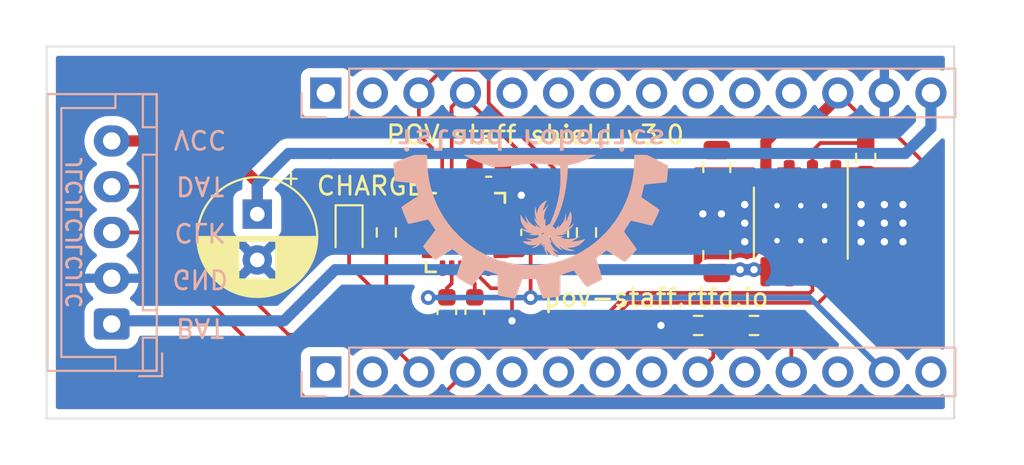
<source format=kicad_pcb>
(kicad_pcb (version 20211014) (generator pcbnew)
  (layers (0 "F.Cu" signal) (31 "B.Cu" signal) (34 "B.Paste" user) (35 "F.Paste" user) (36 "B.SilkS" user "B.Silkscreen") (37 "F.SilkS" user "F.Silkscreen") (38 "B.Mask" user) (39 "F.Mask" user) (44 "Edge.Cuts" user))
  (net 0 "")
  (net 1 "VBUS")
  (net 2 "GND")
  (net 3 "+3V3")
  (net 4 "Net-(C5-Pad1)")
  (net 5 "Net-(C6-Pad1)")
  (net 6 "Net-(D1-Pad1)")
  (net 9 "/DATA")
  (net 10 "/CLK")
  (net 15 "/VSENSE")
  (net 17 "/VHI")
  (net 29 "VCC")
  (net 30 "+BATT")
  (net 31 "Net-(R1-Pad1)")
  (net 32 "Net-(R3-Pad1)")
  (net 33 "/SDA")
  (net 34 "/SCL")
  (footprint "Capacitor_SMD:C_0805_2012Metric" (layer "F.Cu") (at 112.776 102.87 90)
    (fp_text reference "C7" hide)
    (fp_text value "10uF")
    (pad "1" smd roundrect (at -0.95 0 90) (size 1 1.45) (layers "F.Cu" "F.Paste" "F.Mask") (net 30 "+BATT"))
    (pad "2" smd roundrect (at 0.95 0 90) (size 1 1.45) (layers "F.Cu" "F.Paste" "F.Mask") (net 2 "GND"))
  )
  (footprint "Resistor_SMD:R_0603_1608Metric" (layer "F.Cu") (at 94.742 101.6 90)
    (fp_text reference "R3" hide)
    (fp_text value "2k")
    (pad "1" smd roundrect (at -0.825 0 90) (size 0.8 0.95) (layers "F.Cu" "F.Paste" "F.Mask") (net 32 "Net-(R3-Pad1)"))
    (pad "2" smd roundrect (at 0.825 0 90) (size 0.8 0.95) (layers "F.Cu" "F.Paste" "F.Mask") (net 6 "Net-(D1-Pad1)"))
  )
  (footprint "Capacitor_SMD:C_0603_1608Metric" (layer "F.Cu") (at 99.568 105.918 -90)
    (fp_text reference "C5" hide)
    (fp_text value "100nF")
    (pad "1" smd roundrect (at -0.775 0 270) (size 0.9 0.95) (layers "F.Cu" "F.Paste" "F.Mask") (net 4 "Net-(C5-Pad1)"))
    (pad "2" smd roundrect (at 0.775 0 270) (size 0.9 0.95) (layers "F.Cu" "F.Paste" "F.Mask") (net 2 "GND"))
  )
  (footprint "LED_SMD:LED_0603_1608Metric" (layer "F.Cu") (at 92.71 101.6 -90)
    (fp_text reference "D1" hide)
    (fp_text value "LED")
    (pad "1" smd roundrect (at -0.7875 0 270) (size 0.875 0.95) (layers "F.Cu" "F.Paste" "F.Mask") (net 6 "Net-(D1-Pad1)"))
    (pad "2" smd roundrect (at 0.7875 0 270) (size 0.875 0.95) (layers "F.Cu" "F.Paste" "F.Mask") (net 1 "VBUS"))
  )
  (footprint "Resistor_SMD:R_0603_1608Metric" (layer "F.Cu") (at 114.808 106.68 180)
    (fp_text reference "R6" hide)
    (fp_text value "10k")
    (pad "1" smd roundrect (at -0.825 0 180) (size 0.8 0.95) (layers "F.Cu" "F.Paste" "F.Mask") (net 17 "/VHI"))
    (pad "2" smd roundrect (at 0.825 0 180) (size 0.8 0.95) (layers "F.Cu" "F.Paste" "F.Mask") (net 15 "/VSENSE"))
  )
  (footprint "Resistor_SMD:R_0603_1608Metric" (layer "F.Cu") (at 111.76 106.68 180)
    (fp_text reference "R7" hide)
    (fp_text value "10k")
    (pad "1" smd roundrect (at -0.825 0 180) (size 0.8 0.95) (layers "F.Cu" "F.Paste" "F.Mask") (net 15 "/VSENSE"))
    (pad "2" smd roundrect (at 0.825 0 180) (size 0.8 0.95) (layers "F.Cu" "F.Paste" "F.Mask") (net 2 "GND"))
  )
  (footprint "Package_SO:HSOP-8-1EP_3.9x4.9mm_P1.27mm_EP2.41x3.1mm_ThermalVias" (layer "F.Cu") (at 117.361005 101.092 -90)
    (fp_text reference "U1" hide)
    (fp_text value "TP4056")
    (pad "1" smd roundrect (at -2.65 -1.905 270) (size 1.6 0.6) (layers "F.Cu" "F.Paste" "F.Mask") (net 2 "GND"))
    (pad "2" smd roundrect (at -2.65 -0.635 270) (size 1.6 0.6) (layers "F.Cu" "F.Paste" "F.Mask") (net 31 "Net-(R1-Pad1)"))
    (pad "3" smd roundrect (at -2.65 0.635 270) (size 1.6 0.6) (layers "F.Cu" "F.Paste" "F.Mask") (net 2 "GND"))
    (pad "4" smd roundrect (at -2.65 1.905 270) (size 1.6 0.6) (layers "F.Cu" "F.Paste" "F.Mask") (net 1 "VBUS"))
    (pad "5" smd roundrect (at 2.65 1.905 270) (size 1.6 0.6) (layers "F.Cu" "F.Paste" "F.Mask") (net 30 "+BATT"))
    (pad "6" smd roundrect (at 2.65 0.635 270) (size 1.6 0.6) (layers "F.Cu" "F.Paste" "F.Mask"))
    (pad "7" smd roundrect (at 2.65 -0.635 270) (size 1.6 0.6) (layers "F.Cu" "F.Paste" "F.Mask") (net 32 "Net-(R3-Pad1)"))
    (pad "8" smd roundrect (at 2.65 -1.905 270) (size 1.6 0.6) (layers "F.Cu" "F.Paste" "F.Mask") (net 1 "VBUS"))
    (pad "9" thru_hole circle (at -0.955 -1.299997 270) (size 0.5 0.5) (drill 0.3) (layers *.Cu) (net 2 "GND"))
    (pad "9" thru_hole circle (at 0.955 0 270) (size 0.5 0.5) (drill 0.3) (layers *.Cu) (net 2 "GND"))
    (pad "9" thru_hole circle (at -0.955 0 270) (size 0.5 0.5) (drill 0.3) (layers *.Cu) (net 2 "GND"))
    (pad "9" thru_hole circle (at 0.955 1.299998 270) (size 0.5 0.5) (drill 0.3) (layers *.Cu) (net 2 "GND"))
    (pad "9" thru_hole circle (at 0.955 -1.299997 270) (size 0.5 0.5) (drill 0.3) (layers *.Cu) (net 2 "GND"))
    (pad "9" thru_hole circle (at -0.955 1.299998 270) (size 0.5 0.5) (drill 0.3) (layers *.Cu) (net 2 "GND"))
    (pad "9" smd rect (at 0 0 270) (size 2.41 3.099999) (layers "B.Cu") (net 2 "GND"))
    (pad "9" smd rect (at 0 0 270) (size 2.41 3.1) (layers "F.Cu" "F.Mask") (net 2 "GND"))
  )
  (footprint "Resistor_SMD:R_0603_1608Metric" (layer "F.Cu") (at 120.904 97.536 -90)
    (fp_text reference "R1" hide)
    (fp_text value "1.2k")
    (pad "1" smd roundrect (at -0.825 0 270) (size 0.8 0.95) (layers "F.Cu" "F.Paste" "F.Mask") (net 31 "Net-(R1-Pad1)"))
    (pad "2" smd roundrect (at 0.825 0 270) (size 0.8 0.95) (layers "F.Cu" "F.Paste" "F.Mask") (net 2 "GND"))
  )
  (footprint "Resistor_SMD:R_0603_1608Metric" (layer "F.Cu") (at 105.664 101.6 90)
    (fp_text reference "R4" hide)
    (fp_text value "3.3k")
    (pad "1" smd roundrect (at -0.825 0 90) (size 0.8 0.95) (layers "F.Cu" "F.Paste" "F.Mask") (net 3 "+3V3"))
    (pad "2" smd roundrect (at 0.825 0 90) (size 0.8 0.95) (layers "F.Cu" "F.Paste" "F.Mask") (net 33 "/SDA"))
  )
  (footprint "Capacitor_SMD:C_0805_2012Metric" (layer "F.Cu") (at 112.776 98.044 -90)
    (fp_text reference "C1" hide)
    (fp_text value "10uF")
    (pad "1" smd roundrect (at -0.95 0 270) (size 1 1.45) (layers "F.Cu" "F.Paste" "F.Mask") (net 1 "VBUS"))
    (pad "2" smd roundrect (at 0.95 0 270) (size 1 1.45) (layers "F.Cu" "F.Paste" "F.Mask") (net 2 "GND"))
  )
  (footprint "Capacitor_THT:CP_Radial_D6.3mm_P2.50mm" (layer "F.Cu") (at 87.7 100.6 -90)
    (fp_text reference "C2" hide)
    (fp_text value "100uF")
    (pad "1" thru_hole rect (at 0 0 270) (size 1.6 1.6) (drill 0.8) (layers *.Cu *.Mask) (net 29 "VCC"))
    (pad "2" thru_hole circle (at 2.5 0 270) (size 1.6 1.6) (drill 0.8) (layers *.Cu *.Mask) (net 2 "GND"))
  )
  (footprint "Resistor_SMD:R_0603_1608Metric" (layer "F.Cu") (at 104.14 101.6 90)
    (fp_text reference "R5" hide)
    (fp_text value "3.3k")
    (pad "1" smd roundrect (at -0.825 0 90) (size 0.8 0.95) (layers "F.Cu" "F.Paste" "F.Mask") (net 3 "+3V3"))
    (pad "2" smd roundrect (at 0.825 0 90) (size 0.8 0.95) (layers "F.Cu" "F.Paste" "F.Mask") (net 34 "/SCL"))
  )
  (footprint "Capacitor_SMD:C_0603_1608Metric" (layer "F.Cu") (at 102.616 101.6 90)
    (fp_text reference "C4" hide)
    (fp_text value "100nF")
    (pad "1" smd roundrect (at -0.775 0 90) (size 0.9 0.95) (layers "F.Cu" "F.Paste" "F.Mask") (net 3 "+3V3"))
    (pad "2" smd roundrect (at 0.775 0 90) (size 0.9 0.95) (layers "F.Cu" "F.Paste" "F.Mask") (net 2 "GND"))
  )
  (footprint "Sensor_Motion:InvenSense_QFN-24_4x4mm_P0.5mm" (layer "F.Cu") (at 99.06 101.6)
    (fp_text reference "U2" hide)
    (fp_text value "MPU-6050")
    (pad "1" smd roundrect (at -1.95 -1.25) (size 0.85 0.3) (layers "F.Cu" "F.Paste" "F.Mask") (net 2 "GND"))
    (pad "2" smd roundrect (at -1.95 -0.75) (size 0.85 0.3) (layers "F.Cu" "F.Paste" "F.Mask"))
    (pad "3" smd roundrect (at -1.95 -0.25) (size 0.85 0.3) (layers "F.Cu" "F.Paste" "F.Mask"))
    (pad "4" smd roundrect (at -1.95 0.25) (size 0.85 0.3) (layers "F.Cu" "F.Paste" "F.Mask"))
    (pad "5" smd roundrect (at -1.95 0.75) (size 0.85 0.3) (layers "F.Cu" "F.Paste" "F.Mask"))
    (pad "6" smd roundrect (at -1.95 1.25) (size 0.85 0.3) (layers "F.Cu" "F.Paste" "F.Mask"))
    (pad "7" smd roundrect (at -1.25 1.95 90) (size 0.85 0.3) (layers "F.Cu" "F.Paste" "F.Mask"))
    (pad "8" smd roundrect (at -0.75 1.95 90) (size 0.85 0.3) (layers "F.Cu" "F.Paste" "F.Mask") (net 3 "+3V3"))
    (pad "9" smd roundrect (at -0.25 1.95 90) (size 0.85 0.3) (layers "F.Cu" "F.Paste" "F.Mask") (net 3 "+3V3"))
    (pad "10" smd roundrect (at 0.25 1.95 90) (size 0.85 0.3) (layers "F.Cu" "F.Paste" "F.Mask") (net 4 "Net-(C5-Pad1)"))
    (pad "11" smd roundrect (at 0.75 1.95 90) (size 0.85 0.3) (layers "F.Cu" "F.Paste" "F.Mask") (net 2 "GND"))
    (pad "12" smd roundrect (at 1.25 1.95 90) (size 0.85 0.3) (layers "F.Cu" "F.Paste" "F.Mask"))
    (pad "13" smd roundrect (at 1.95 1.25) (size 0.85 0.3) (layers "F.Cu" "F.Paste" "F.Mask") (net 3 "+3V3"))
    (pad "14" smd roundrect (at 1.95 0.75) (size 0.85 0.3) (layers "F.Cu" "F.Paste" "F.Mask"))
    (pad "15" smd roundrect (at 1.95 0.25) (size 0.85 0.3) (layers "F.Cu" "F.Paste" "F.Mask"))
    (pad "16" smd roundrect (at 1.95 -0.25) (size 0.85 0.3) (layers "F.Cu" "F.Paste" "F.Mask"))
    (pad "17" smd roundrect (at 1.95 -0.75) (size 0.85 0.3) (layers "F.Cu" "F.Paste" "F.Mask"))
    (pad "18" smd roundrect (at 1.95 -1.25) (size 0.85 0.3) (layers "F.Cu" "F.Paste" "F.Mask") (net 2 "GND"))
    (pad "19" smd roundrect (at 1.25 -1.95 90) (size 0.85 0.3) (layers "F.Cu" "F.Paste" "F.Mask"))
    (pad "20" smd roundrect (at 0.75 -1.95 90) (size 0.85 0.3) (layers "F.Cu" "F.Paste" "F.Mask") (net 5 "Net-(C6-Pad1)"))
    (pad "21" smd roundrect (at 0.25 -1.95 90) (size 0.85 0.3) (layers "F.Cu" "F.Paste" "F.Mask"))
    (pad "22" smd roundrect (at -0.25 -1.95 90) (size 0.85 0.3) (layers "F.Cu" "F.Paste" "F.Mask"))
    (pad "23" smd roundrect (at -0.75 -1.95 90) (size 0.85 0.3) (layers "F.Cu" "F.Paste" "F.Mask") (net 34 "/SCL"))
    (pad "24" smd roundrect (at -1.25 -1.95 90) (size 0.85 0.3) (layers "F.Cu" "F.Paste" "F.Mask") (net 33 "/SDA"))
  )
  (footprint "Capacitor_SMD:C_0603_1608Metric" (layer "F.Cu") (at 98.044 105.918 -90)
    (fp_text reference "C3" hide)
    (fp_text value "10nF")
    (pad "1" smd roundrect (at -0.775 0 270) (size 0.9 0.95) (layers "F.Cu" "F.Paste" "F.Mask") (net 3 "+3V3"))
    (pad "2" smd roundrect (at 0.775 0 270) (size 0.9 0.95) (layers "F.Cu" "F.Paste" "F.Mask") (net 2 "GND"))
  )
  (footprint "Capacitor_SMD:C_0603_1608Metric" (layer "F.Cu") (at 100.33 98.044)
    (fp_text reference "C6" hide)
    (fp_text value "2.2nF")
    (pad "1" smd roundrect (at -0.775 0) (size 0.9 0.95) (layers "F.Cu" "F.Paste" "F.Mask") (net 5 "Net-(C6-Pad1)"))
    (pad "2" smd roundrect (at 0.775 0) (size 0.9 0.95) (layers "F.Cu" "F.Paste" "F.Mask") (net 2 "GND"))
  )
  (footprint "Shurik:my_logo" (layer "B.Cu") (at 102.616 100.584)
    (fp_text reference "G***" hide)
    (fp_text value "LOGO" hide)
  )
  (footprint "Connector_JST:JST_XH_B5B-XH-A_1x05_P2.50mm_Vertical" (layer "B.Cu") (at 79.756 106.6 90)
    (fp_text reference "J3" hide)
    (fp_text value "Conn_01x05")
    (pad "1" thru_hole roundrect (at 0 0 90) (size 1.7 1.95) (drill 0.95) (layers *.Cu *.Mask) (roundrect_rratio 0.1470588235) (net 30 "+BATT"))
    (pad "2" thru_hole oval (at 2.5 0 90) (size 1.7 1.95) (drill 0.95) (layers *.Cu *.Mask) (net 2 "GND"))
    (pad "3" thru_hole oval (at 5 0 90) (size 1.7 1.95) (drill 0.95) (layers *.Cu *.Mask) (net 10 "/CLK"))
    (pad "4" thru_hole oval (at 7.5 0 90) (size 1.7 1.95) (drill 0.95) (layers *.Cu *.Mask) (net 9 "/DATA"))
    (pad "5" thru_hole oval (at 10 0 90) (size 1.7 1.95) (drill 0.95) (layers *.Cu *.Mask) (net 29 "VCC"))
  )
  (footprint "Connector_PinSocket_2.54mm:PinSocket_1x14_P2.54mm_Vertical" (layer "B.Cu") (at 91.44 93.98 -90)
    (fp_text reference "J2" hide)
    (fp_text value "Conn_01x14")
    (pad "1" thru_hole rect (at 0 0 270) (size 1.7 1.7) (drill 1) (layers *.Cu *.Mask))
    (pad "2" thru_hole oval (at 0 -2.54 270) (size 1.7 1.7) (drill 1) (layers *.Cu *.Mask))
    (pad "3" thru_hole oval (at 0 -5.08 270) (size 1.7 1.7) (drill 1) (layers *.Cu *.Mask) (net 33 "/SDA"))
    (pad "4" thru_hole oval (at 0 -7.62 270) (size 1.7 1.7) (drill 1) (layers *.Cu *.Mask) (net 34 "/SCL"))
    (pad "5" thru_hole oval (at 0 -10.16 270) (size 1.7 1.7) (drill 1) (layers *.Cu *.Mask))
    (pad "6" thru_hole oval (at 0 -12.7 270) (size 1.7 1.7) (drill 1) (layers *.Cu *.Mask))
    (pad "7" thru_hole oval (at 0 -15.24 270) (size 1.7 1.7) (drill 1) (layers *.Cu *.Mask))
    (pad "8" thru_hole oval (at 0 -17.78 270) (size 1.7 1.7) (drill 1) (layers *.Cu *.Mask))
    (pad "9" thru_hole oval (at 0 -20.32 270) (size 1.7 1.7) (drill 1) (layers *.Cu *.Mask))
    (pad "10" thru_hole oval (at 0 -22.86 270) (size 1.7 1.7) (drill 1) (layers *.Cu *.Mask))
    (pad "11" thru_hole oval (at 0 -25.4 270) (size 1.7 1.7) (drill 1) (layers *.Cu *.Mask))
    (pad "12" thru_hole oval (at 0 -27.94 270) (size 1.7 1.7) (drill 1) (layers *.Cu *.Mask) (net 1 "VBUS"))
    (pad "13" thru_hole oval (at 0 -30.48 270) (size 1.7 1.7) (drill 1) (layers *.Cu *.Mask) (net 2 "GND"))
    (pad "14" thru_hole oval (at 0 -33.02 270) (size 1.7 1.7) (drill 1) (layers *.Cu *.Mask) (net 29 "VCC"))
  )
  (footprint "Connector_PinSocket_2.54mm:PinSocket_1x14_P2.54mm_Vertical" (layer "B.Cu") (at 91.44 109.22 -90)
    (fp_text reference "J1" hide)
    (fp_text value "Conn_01x14")
    (pad "1" thru_hole rect (at 0 0 270) (size 1.7 1.7) (drill 1) (layers *.Cu *.Mask))
    (pad "2" thru_hole oval (at 0 -2.54 270) (size 1.7 1.7) (drill 1) (layers *.Cu *.Mask))
    (pad "3" thru_hole oval (at 0 -5.08 270) (size 1.7 1.7) (drill 1) (layers *.Cu *.Mask) (net 9 "/DATA"))
    (pad "4" thru_hole oval (at 0 -7.62 270) (size 1.7 1.7) (drill 1) (layers *.Cu *.Mask) (net 10 "/CLK"))
    (pad "5" thru_hole oval (at 0 -10.16 270) (size 1.7 1.7) (drill 1) (layers *.Cu *.Mask))
    (pad "6" thru_hole oval (at 0 -12.7 270) (size 1.7 1.7) (drill 1) (layers *.Cu *.Mask))
    (pad "7" thru_hole oval (at 0 -15.24 270) (size 1.7 1.7) (drill 1) (layers *.Cu *.Mask))
    (pad "8" thru_hole oval (at 0 -17.78 270) (size 1.7 1.7) (drill 1) (layers *.Cu *.Mask))
    (pad "9" thru_hole oval (at 0 -20.32 270) (size 1.7 1.7) (drill 1) (layers *.Cu *.Mask) (net 15 "/VSENSE"))
    (pad "10" thru_hole oval (at 0 -22.86 270) (size 1.7 1.7) (drill 1) (layers *.Cu *.Mask))
    (pad "11" thru_hole oval (at 0 -25.4 270) (size 1.7 1.7) (drill 1) (layers *.Cu *.Mask) (net 17 "/VHI"))
    (pad "12" thru_hole oval (at 0 -27.94 270) (size 1.7 1.7) (drill 1) (layers *.Cu *.Mask))
    (pad "13" thru_hole oval (at 0 -30.48 270) (size 1.7 1.7) (drill 1) (layers *.Cu *.Mask) (net 3 "+3V3"))
    (pad "14" thru_hole oval (at 0 -33.02 270) (size 1.7 1.7) (drill 1) (layers *.Cu *.Mask))
  )
  (gr_line (start 76.2 111.76) (end 76.2 101.6) (layer "Edge.Cuts") (width 0.1))
  (gr_line (start 76.2 101.6) (end 76.2 91.44) (layer "Edge.Cuts") (width 0.1))
  (gr_line (start 125.73 91.44) (end 125.73 111.76) (layer "Edge.Cuts") (width 0.1))
  (gr_line (start 125.73 111.76) (end 76.2 111.76) (layer "Edge.Cuts") (width 0.1))
  (gr_line (start 76.2 91.44) (end 125.73 91.44) (layer "Edge.Cuts") (width 0.1))
  (gr_text "BAT" (at 84.582 106.807 180) (layer "B.SilkS") (effects (font (size 1 1)) (justify mirror)))
  (gr_text "DAT" (at 84.582 99.06 180) (layer "B.SilkS") (effects (font (size 1 1)) (justify mirror)))
  (gr_text "JLCJLCJLCJLC" (at 77.724 101.6 90) (layer "B.SilkS") (effects (font (size 0.8 0.8)) (justify mirror)))
  (gr_text "VCC" (at 84.582 96.52 180) (layer "B.SilkS") (effects (font (size 1 1)) (justify mirror)))
  (gr_text "CLK" (at 84.582 101.6 180) (layer "B.SilkS") (effects (font (size 1 1)) (justify mirror)))
  (gr_text "GND" (at 84.582 104.14 180) (layer "B.SilkS") (effects (font (size 1 1)) (justify mirror)))
  (gr_text "POV staff shield v3.0" (at 102.87 96.266) (layer "F.SilkS") (effects (font (size 1 1))))
  (gr_text "pov-staff.rtfd.io" (at 109.474 105.156) (layer "F.SilkS") (effects (font (size 1 1))))
  (gr_text "CHARGE" (at 93.853 99.06) (layer "F.SilkS") (effects (font (size 1 1))))
  (segment (start 113.284 97.269) (end 115.329 97.269) (width 0.2032) (layer "F.Cu") (net 1))
  (segment (start 123.825 103.886) (end 124.206 103.505) (width 0.2032) (layer "F.Cu") (net 1))
  (segment (start 115.456 96.634) (end 115.456 97.142) (width 0.6096) (layer "F.Cu") (net 1))
  (segment (start 117.856 95.758) (end 116.332 95.758) (width 0.6096) (layer "F.Cu") (net 1))
  (segment (start 97.17884 107.84684) (end 105.574692 107.84684) (width 0.2032) (layer "F.Cu") (net 1))
  (segment (start 119.634 94.234) (end 119.634 93.98) (width 0.2032) (layer "F.Cu") (net 1))
  (segment (start 115.329 97.269) (end 115.456 97.142) (width 0.2032) (layer "F.Cu") (net 1))
  (segment (start 105.574692 107.84684) (end 107.980766 105.440766) (width 0.2032) (layer "F.Cu") (net 1))
  (segment (start 121.793 95.504) (end 120.904 95.504) (width 0.2032) (layer "F.Cu") (net 1))
  (segment (start 118.333234 105.440766) (end 119.266 104.508) (width 0.2032) (layer "F.Cu") (net 1))
  (segment (start 116.332 95.758) (end 115.456 96.634) (width 0.6096) (layer "F.Cu") (net 1))
  (segment (start 92.71 103.378) (end 97.17884 107.84684) (width 0.2032) (layer "F.Cu") (net 1))
  (segment (start 119.38 94.234) (end 117.856 95.758) (width 0.6096) (layer "F.Cu") (net 1))
  (segment (start 120.904 95.504) (end 119.634 94.234) (width 0.2032) (layer "F.Cu") (net 1))
  (segment (start 124.206 103.505) (end 124.206 97.917) (width 0.2032) (layer "F.Cu") (net 1))
  (segment (start 107.980766 105.440766) (end 118.333234 105.440766) (width 0.2032) (layer "F.Cu") (net 1))
  (segment (start 115.456 97.142) (end 115.456 98.442) (width 0.6096) (layer "F.Cu") (net 1))
  (segment (start 119.38 93.98) (end 119.38 94.234) (width 0.6096) (layer "F.Cu") (net 1))
  (segment (start 119.41 103.886) (end 123.825 103.886) (width 0.2032) (layer "F.Cu") (net 1))
  (segment (start 92.71 102.3875) (end 92.71 103.378) (width 0.2032) (layer "F.Cu") (net 1))
  (segment (start 124.206 97.917) (end 121.793 95.504) (width 0.2032) (layer "F.Cu") (net 1))
  (segment (start 119.266 104.508) (end 119.266 103.742) (width 0.2032) (layer "F.Cu") (net 1))
  (segment (start 119.266 99.187) (end 117.361 101.092) (width 0.6096) (layer "F.Cu") (net 2))
  (segment (start 116.726 98.442) (end 116.726 100.457) (width 0.6096) (layer "F.Cu") (net 2))
  (segment (start 101.346 104.648) (end 101.6 104.902) (width 0.2032) (layer "F.Cu") (net 2))
  (segment (start 102.108 99.568) (end 102.108 100.317) (width 0.2032) (layer "F.Cu") (net 2))
  (segment (start 99.81 104.006914) (end 100.451086 104.648) (width 0.2032) (layer "F.Cu") (net 2))
  (segment (start 96.582 99.822) (end 91.059 99.822) (width 0.2032) (layer "F.Cu") (net 2))
  (segment (start 101.6 104.902) (end 101.6 106.426) (width 0.2032) (layer "F.Cu") (net 2))
  (segment (start 100.451086 104.648) (end 101.346 104.648) (width 0.2032) (layer "F.Cu") (net 2))
  (segment (start 99.568 106.693) (end 101.333 106.693) (width 0.2032) (layer "F.Cu") (net 2))
  (segment (start 101.105 98.044) (end 101.105 100.255) (width 0.2032) (layer "F.Cu") (net 2))
  (segment (start 101.105 100.255) (end 101.01 100.35) (width 0.2032) (layer "F.Cu") (net 2))
  (segment (start 97.11 100.35) (end 96.582 99.822) (width 0.2032) (layer "F.Cu") (net 2))
  (segment (start 102.108 100.317) (end 102.616 100.825) (width 0.2032) (layer "F.Cu") (net 2))
  (segment (start 119.266 98.442) (end 119.266 99.187) (width 0.6096) (layer "F.Cu") (net 2))
  (segment (start 99.568 106.693) (end 98.044 106.693) (width 0.2032) (layer "F.Cu") (net 2))
  (segment (start 101.01 100.35) (end 102.141 100.35) (width 0.2032) (layer "F.Cu") (net 2))
  (segment (start 91.059 99.822) (end 87.781 103.1) (width 0.2032) (layer "F.Cu") (net 2))
  (segment (start 99.81 103.55) (end 99.81 104.006914) (width 0.2032) (layer "F.Cu") (net 2))
  (segment (start 101.333 106.693) (end 101.6 106.426) (width 0.2032) (layer "F.Cu") (net 2))
  (segment (start 110.935 106.68) (end 109.728 106.68) (width 0.2032) (layer "F.Cu") (net 2))
  (via (at 113.03 100.584) (size 0.8) (drill 0.4) (layers "F.Cu" "B.Cu") (net 2))
  (via (at 101.6 106.426) (size 0.8) (drill 0.4) (layers "F.Cu" "B.Cu") (net 2))
  (via (at 114.3 100.076) (size 0.8) (drill 0.4) (layers "F.Cu" "B.Cu") (net 2))
  (via (at 121.92 101.092) (size 0.8) (drill 0.4) (layers "F.Cu" "B.Cu") (net 2))
  (via (at 120.65 101.092) (size 0.8) (drill 0.4) (layers "F.Cu" "B.Cu") (net 2))
  (via (at 122.936 100.076) (size 0.8) (drill 0.4) (layers "F.Cu" "B.Cu") (net 2))
  (via (at 120.65 102.108) (size 0.8) (drill 0.4) (layers "F.Cu" "B.Cu") (net 2))
  (via (at 121.92 102.108) (size 0.8) (drill 0.4) (layers "F.Cu" "B.Cu") (net 2))
  (via (at 122.936 102.108) (size 0.8) (drill 0.4) (layers "F.Cu" "B.Cu") (net 2))
  (via (at 109.728 106.68) (size 0.8) (drill 0.4) (layers "F.Cu" "B.Cu") (net 2))
  (via (at 114.3 102.108) (size 0.8) (drill 0.4) (layers "F.Cu" "B.Cu") (net 2))
  (via (at 114.3 101.092) (size 0.8) (drill 0.4) (layers "F.Cu" "B.Cu") (net 2))
  (via (at 120.65 100.076) (size 0.8) (drill 0.4) (layers "F.Cu" "B.Cu") (net 2))
  (via (at 112.014 100.584) (size 0.8) (drill 0.4) (layers "F.Cu" "B.Cu") (net 2))
  (via (at 122.936 101.092) (size 0.8) (drill 0.4) (layers "F.Cu" "B.Cu") (net 2))
  (via (at 102.108 99.568) (size 0.8) (drill 0.4) (layers "F.Cu" "B.Cu") (net 2))
  (via (at 121.92 100.076) (size 0.8) (drill 0.4) (layers "F.Cu" "B.Cu") (net 2))
  (segment (start 98.044 104.648) (end 98.044 105.143) (width 0.2032) (layer "F.Cu") (net 3))
  (segment (start 102.141 102.85) (end 102.616 102.375) (width 0.2032) (layer "F.Cu") (net 3))
  (segment (start 98.044 105.143) (end 97.041 105.143) (width 0.2032) (layer "F.Cu") (net 3))
  (segment (start 98.31 103.55) (end 98.81 103.55) (width 0.2032) (layer "F.Cu") (net 3))
  (segment (start 104.14 102.425) (end 105.664 102.425) (width 0.2032) (layer "F.Cu") (net 3))
  (segment (start 102.616 102.375) (end 104.09 102.375) (width 0.2032) (layer "F.Cu") (net 3))
  (segment (start 98.31 103.55) (end 98.31 104.382) (width 0.2032) (layer "F.Cu") (net 3))
  (segment (start 98.31 104.382) (end 98.044 104.648) (width 0.2032) (layer "F.Cu") (net 3))
  (segment (start 101.01 102.85) (end 102.141 102.85) (width 0.2032) (layer "F.Cu") (net 3))
  (segment (start 97.041 105.143) (end 97.028 105.156) (width 0.2032) (layer "F.Cu") (net 3))
  (segment (start 102.616 102.375) (end 102.616 105.156) (width 0.2032) (layer "F.Cu") (net 3))
  (via (at 102.616 105.156) (size 0.8) (drill 0.4) (layers "F.Cu" "B.Cu") (net 3))
  (via (at 97.028 105.156) (size 0.8) (drill 0.4) (layers "F.Cu" "B.Cu") (net 3))
  (segment (start 117.866089 105.166089) (end 121.92 109.22) (width 0.3048) (layer "B.Cu") (net 3))
  (segment (start 102.626089 105.166089) (end 117.866089 105.166089) (width 0.3048) (layer "B.Cu") (net 3))
  (segment (start 102.616 105.156) (end 102.626089 105.166089) (width 0.3048) (layer "B.Cu") (net 3))
  (segment (start 102.616 105.156) (end 97.028 105.156) (width 0.3048) (layer "B.Cu") (net 3))
  (segment (start 99.568 104.394) (end 99.568 105.143) (width 0.2032) (layer "F.Cu") (net 4))
  (segment (start 99.31 103.55) (end 99.31 104.136) (width 0.2032) (layer "F.Cu") (net 4))
  (segment (start 99.31 104.136) (end 99.568 104.394) (width 0.2032) (layer "F.Cu") (net 4))
  (segment (start 99.555 98.793) (end 99.555 98.044) (width 0.2032) (layer "F.Cu") (net 5))
  (segment (start 99.81 99.048) (end 99.555 98.793) (width 0.2032) (layer "F.Cu") (net 5))
  (segment (start 99.81 99.65) (end 99.81 99.048) (width 0.2032) (layer "F.Cu") (net 5))
  (segment (start 92.71 100.8125) (end 94.7045 100.8125) (width 0.2032) (layer "F.Cu") (net 6))
  (segment (start 94.488 107.188) (end 89.408 107.188) (width 0.2032) (layer "F.Cu") (net 9))
  (segment (start 89.408 107.188) (end 81.32 99.1) (width 0.2032) (layer "F.Cu") (net 9))
  (segment (start 96.52 109.22) (end 94.488 107.188) (width 0.2032) (layer "F.Cu") (net 9))
  (segment (start 81.32 99.1) (end 79.485 99.1) (width 0.2032) (layer "F.Cu") (net 9))
  (segment (start 99.06 109.22) (end 97.536 110.744) (width 0.2032) (layer "F.Cu") (net 10))
  (segment (start 90.424 110.744) (end 81.28 101.6) (width 0.2032) (layer "F.Cu") (net 10))
  (segment (start 81.28 101.6) (end 79.485 101.6) (width 0.2032) (layer "F.Cu") (net 10))
  (segment (start 97.536 110.744) (end 90.424 110.744) (width 0.2032) (layer "F.Cu") (net 10))
  (segment (start 112.585 106.68) (end 113.983 106.68) (width 0.2032) (layer "F.Cu") (net 15))
  (segment (start 111.76 109.22) (end 112.585 108.395) (width 0.2032) (layer "F.Cu") (net 15))
  (segment (start 112.585 108.395) (end 112.585 106.68) (width 0.2032) (layer "F.Cu") (net 15))
  (segment (start 116.84 107.887) (end 115.633 106.68) (width 0.2032) (layer "F.Cu") (net 17))
  (segment (start 116.84 109.22) (end 116.84 107.887) (width 0.2032) (layer "F.Cu") (net 17))
  (segment (start 87.7 98.876) (end 87.7 100.6) (width 0.6096) (layer "F.Cu") (net 29))
  (segment (start 79.756 96.6) (end 85.424 96.6) (width 0.6096) (layer "F.Cu") (net 29))
  (segment (start 85.424 96.6) (end 87.7 98.876) (width 0.6096) (layer "F.Cu") (net 29))
  (segment (start 91.694 97.282) (end 89.408 97.282) (width 0.6096) (layer "B.Cu") (net 29))
  (segment (start 123.063 97.282) (end 124.46 95.885) (width 0.6096) (layer "B.Cu") (net 29))
  (segment (start 91.694 97.282) (end 123.063 97.282) (width 0.6096) (layer "B.Cu") (net 29))
  (segment (start 89.408 97.282) (end 87.7 98.99) (width 0.6096) (layer "B.Cu") (net 29))
  (segment (start 124.46 95.885) (end 124.46 93.98) (width 0.6096) (layer "B.Cu") (net 29))
  (segment (start 87.7 98.99) (end 87.7 100.6) (width 0.6096) (layer "B.Cu") (net 29))
  (segment (start 114.046 103.632) (end 112.964 103.632) (width 0.6096) (layer "F.Cu") (net 30))
  (segment (start 112.964 103.632) (end 112.776 103.82) (width 0.6096) (layer "F.Cu") (net 30))
  (segment (start 115.456 103.742) (end 115.346 103.632) (width 0.6096) (layer "F.Cu") (net 30))
  (segment (start 115.346 103.632) (end 114.808 103.632) (width 0.6096) (layer "F.Cu") (net 30))
  (segment (start 114.808 103.632) (end 114.046 103.632) (width 0.6096) (layer "F.Cu") (net 30))
  (via (at 114.808 103.632) (size 0.8) (drill 0.4) (layers "F.Cu" "B.Cu") (net 30))
  (via (at 114.046 103.632) (size 0.8) (drill 0.4) (layers "F.Cu" "B.Cu") (net 30))
  (segment (start 91.948 103.632) (end 114.808 103.632) (width 0.6096) (layer "B.Cu") (net 30))
  (segment (start 79.659 106.426) (end 89.154 106.426) (width 0.6096) (layer "B.Cu") (net 30))
  (segment (start 89.154 106.426) (end 91.948 103.632) (width 0.6096) (layer "B.Cu") (net 30))
  (segment (start 118.427 96.711) (end 120.904 96.711) (width 0.2032) (layer "F.Cu") (net 31))
  (segment (start 117.996 98.442) (end 117.996 97.142) (width 0.2032) (layer "F.Cu") (net 31))
  (segment (start 117.996 97.142) (end 118.427 96.711) (width 0.2032) (layer "F.Cu") (net 31))
  (segment (start 117.856 104.902) (end 117.996 104.762) (width 0.2032) (layer "F.Cu") (net 32))
  (segment (start 107.95 104.902) (end 117.856 104.902) (width 0.2032) (layer "F.Cu") (net 32))
  (segment (start 97.34762 107.44412) (end 105.40788 107.44412) (width 0.2032) (layer "F.Cu") (net 32))
  (segment (start 105.40788 107.44412) (end 107.95 104.902) (width 0.2032) (layer "F.Cu") (net 32))
  (segment (start 117.996 104.762) (end 117.996 103.742) (width 0.2032) (layer "F.Cu") (net 32))
  (segment (start 94.742 102.425) (end 94.742 104.8385) (width 0.2032) (layer "F.Cu") (net 32))
  (segment (start 94.742 104.8385) (end 97.34762 107.44412) (width 0.2032) (layer "F.Cu") (net 32))
  (segment (start 96.52 93.98) (end 97.79 92.71) (width 0.2032) (layer "F.Cu") (net 33))
  (segment (start 97.79 99.63) (end 97.79 97.536) (width 0.2032) (layer "F.Cu") (net 33))
  (segment (start 105.664 99.873959) (end 105.664 100.775) (width 0.2032) (layer "F.Cu") (net 33))
  (segment (start 97.79 92.71) (end 99.822 92.71) (width 0.2032) (layer "F.Cu") (net 33))
  (segment (start 100.33 94.539959) (end 105.664 99.873959) (width 0.2032) (layer "F.Cu") (net 33))
  (segment (start 97.79 97.536) (end 96.52 96.266) (width 0.2032) (layer "F.Cu") (net 33))
  (segment (start 100.33 93.218) (end 100.33 94.539959) (width 0.2032) (layer "F.Cu") (net 33))
  (segment (start 99.822 92.71) (end 100.33 93.218) (width 0.2032) (layer "F.Cu") (net 33))
  (segment (start 96.52 96.266) (end 96.52 93.98) (width 0.2032) (layer "F.Cu") (net 33))
  (segment (start 98.31 95.008) (end 98.298 94.996) (width 0.2032) (layer "F.Cu") (net 34))
  (segment (start 104.14 100.775) (end 104.14 99.314) (width 0.2032) (layer "F.Cu") (net 34))
  (segment (start 104.14 99.314) (end 99.06 94.234) (width 0.2032) (layer "F.Cu") (net 34))
  (segment (start 98.298 94.742) (end 99.06 93.98) (width 0.2032) (layer "F.Cu") (net 34))
  (segment (start 98.31 99.65) (end 98.31 95.008) (width 0.2032) (layer "F.Cu") (net 34))
  (segment (start 98.298 94.996) (end 98.298 94.742) (width 0.2032) (layer "F.Cu") (net 34))
  (zone (net 2) (net_name "GND") (layer "F.Cu") (connect_pads yes (clearance 0.254)) (min_thickness 0.254) (fill yes (thermal_gap 0.508) (thermal_bridge_width 0.508))
    (polygon (pts (xy 123.698 103.378) (xy 111.506 103.378) (xy 111.506 98.044) (xy 123.698 98.044)))
  )
  (zone (net 2) (net_name "GND") (layer "B.Cu") (connect_pads thru_hole_only (clearance 0.508)) (min_thickness 0.254) (fill yes (thermal_gap 0.508) (thermal_bridge_width 0.508))
    (polygon (pts (xy 129.54 114.3) (xy 73.66 114.3) (xy 73.66 88.9) (xy 129.54 88.9)))
  )
)
</source>
